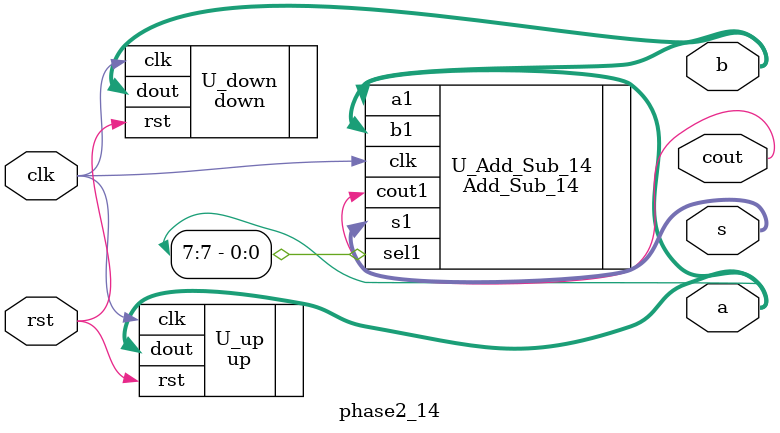
<source format=v>
`timescale 1ns/100ps

module phase2_14(a, b, rst, cout, clk, s);
input	clk, rst;
output		[7:0] a, b;
wire		[7:0] a, b;

output		[7:0] s;
output		cout;
wire   rst;
wire	[7:0] s;
wire	cout;

Add_Sub_14	U_Add_Sub_14 (.a1(a), .b1(b), .sel1(a[7]), .s1(s), .cout1(cout), .clk(clk));
down	U_down (.dout(b), .clk(clk), .rst(rst));
up		U_up (.dout(a), .clk(clk), .rst(rst));

endmodule
</source>
